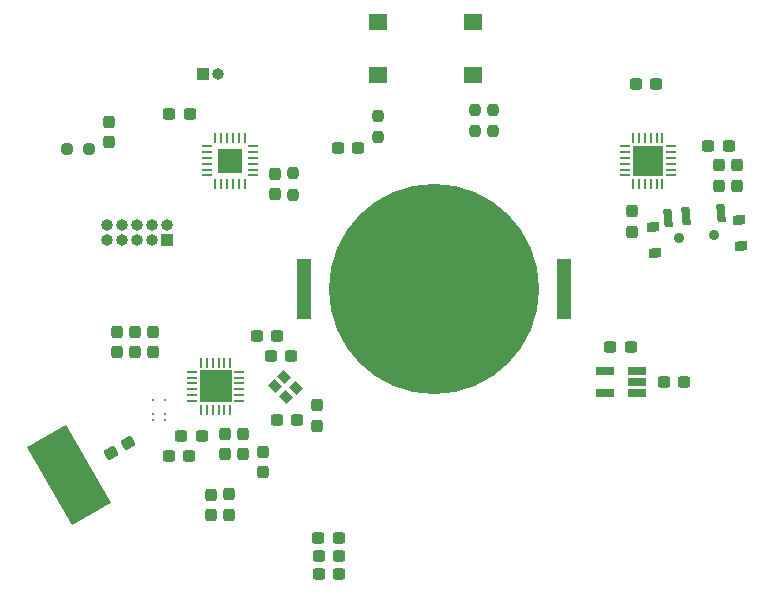
<source format=gbr>
%TF.GenerationSoftware,KiCad,Pcbnew,7.0.7*%
%TF.CreationDate,2023-12-19T22:40:54+02:00*%
%TF.ProjectId,snowflake,736e6f77-666c-4616-9b65-2e6b69636164,rev?*%
%TF.SameCoordinates,Original*%
%TF.FileFunction,Soldermask,Bot*%
%TF.FilePolarity,Negative*%
%FSLAX46Y46*%
G04 Gerber Fmt 4.6, Leading zero omitted, Abs format (unit mm)*
G04 Created by KiCad (PCBNEW 7.0.7) date 2023-12-19 22:40:54*
%MOMM*%
%LPD*%
G01*
G04 APERTURE LIST*
G04 Aperture macros list*
%AMRoundRect*
0 Rectangle with rounded corners*
0 $1 Rounding radius*
0 $2 $3 $4 $5 $6 $7 $8 $9 X,Y pos of 4 corners*
0 Add a 4 corners polygon primitive as box body*
4,1,4,$2,$3,$4,$5,$6,$7,$8,$9,$2,$3,0*
0 Add four circle primitives for the rounded corners*
1,1,$1+$1,$2,$3*
1,1,$1+$1,$4,$5*
1,1,$1+$1,$6,$7*
1,1,$1+$1,$8,$9*
0 Add four rect primitives between the rounded corners*
20,1,$1+$1,$2,$3,$4,$5,0*
20,1,$1+$1,$4,$5,$6,$7,0*
20,1,$1+$1,$6,$7,$8,$9,0*
20,1,$1+$1,$8,$9,$2,$3,0*%
%AMRotRect*
0 Rectangle, with rotation*
0 The origin of the aperture is its center*
0 $1 length*
0 $2 width*
0 $3 Rotation angle, in degrees counterclockwise*
0 Add horizontal line*
21,1,$1,$2,0,0,$3*%
G04 Aperture macros list end*
%ADD10RoundRect,0.062500X0.375000X0.062500X-0.375000X0.062500X-0.375000X-0.062500X0.375000X-0.062500X0*%
%ADD11RoundRect,0.062500X0.062500X0.375000X-0.062500X0.375000X-0.062500X-0.375000X0.062500X-0.375000X0*%
%ADD12R,2.100000X2.100000*%
%ADD13RotRect,3.810000X7.620000X30.000000*%
%ADD14RoundRect,0.237500X0.237500X-0.300000X0.237500X0.300000X-0.237500X0.300000X-0.237500X-0.300000X0*%
%ADD15RoundRect,0.237500X-0.237500X0.300000X-0.237500X-0.300000X0.237500X-0.300000X0.237500X0.300000X0*%
%ADD16RoundRect,0.237500X-0.237500X0.250000X-0.237500X-0.250000X0.237500X-0.250000X0.237500X0.250000X0*%
%ADD17RoundRect,0.237500X0.300000X0.237500X-0.300000X0.237500X-0.300000X-0.237500X0.300000X-0.237500X0*%
%ADD18RoundRect,0.062500X0.350000X0.062500X-0.350000X0.062500X-0.350000X-0.062500X0.350000X-0.062500X0*%
%ADD19RoundRect,0.062500X0.062500X0.350000X-0.062500X0.350000X-0.062500X-0.350000X0.062500X-0.350000X0*%
%ADD20R,2.700000X2.700000*%
%ADD21R,1.270000X5.080000*%
%ADD22C,17.800000*%
%ADD23RoundRect,0.237500X-0.300000X-0.237500X0.300000X-0.237500X0.300000X0.237500X-0.300000X0.237500X0*%
%ADD24RoundRect,0.062500X0.062500X-0.375000X0.062500X0.375000X-0.062500X0.375000X-0.062500X-0.375000X0*%
%ADD25RoundRect,0.062500X0.375000X-0.062500X0.375000X0.062500X-0.375000X0.062500X-0.375000X-0.062500X0*%
%ADD26R,2.600000X2.600000*%
%ADD27R,1.600000X1.400000*%
%ADD28RoundRect,0.237500X0.237500X-0.250000X0.237500X0.250000X-0.237500X0.250000X-0.237500X-0.250000X0*%
%ADD29R,1.000000X1.000000*%
%ADD30O,1.000000X1.000000*%
%ADD31RotRect,0.900000X0.800000X315.000000*%
%ADD32RoundRect,0.237500X0.237500X-0.287500X0.237500X0.287500X-0.237500X0.287500X-0.237500X-0.287500X0*%
%ADD33C,0.255000*%
%ADD34RoundRect,0.237500X0.141058X0.355681X-0.378558X0.055681X-0.141058X-0.355681X0.378558X-0.055681X0*%
%ADD35RoundRect,0.237500X-0.250000X-0.237500X0.250000X-0.237500X0.250000X0.237500X-0.250000X0.237500X0*%
%ADD36R,1.560000X0.650000*%
%ADD37RotRect,1.000000X0.800000X185.000000*%
%ADD38C,0.900000*%
%ADD39RotRect,0.700000X1.500000X185.000000*%
G04 APERTURE END LIST*
D10*
%TO.C,U2*%
X122288100Y-81569000D03*
X122288100Y-82069000D03*
X122288100Y-82569000D03*
X122288100Y-83069000D03*
X122288100Y-83569000D03*
X122288100Y-84069000D03*
D11*
X121600600Y-84756500D03*
X121100600Y-84756500D03*
X120600600Y-84756500D03*
X120100600Y-84756500D03*
X119600600Y-84756500D03*
X119100600Y-84756500D03*
D10*
X118413100Y-84069000D03*
X118413100Y-83569000D03*
X118413100Y-83069000D03*
X118413100Y-82569000D03*
X118413100Y-82069000D03*
X118413100Y-81569000D03*
D11*
X119100600Y-80881500D03*
X119600600Y-80881500D03*
X120100600Y-80881500D03*
X120600600Y-80881500D03*
X121100600Y-80881500D03*
X121600600Y-80881500D03*
D12*
X120350600Y-82819000D03*
%TD*%
D13*
%TO.C,AE1*%
X106702038Y-109448600D03*
%TD*%
D14*
%TO.C,C5*%
X163322000Y-84936500D03*
X163322000Y-83211500D03*
%TD*%
D15*
%TO.C,C11*%
X119913400Y-105918000D03*
X119913400Y-107643000D03*
%TD*%
D16*
%TO.C,R2*%
X142671800Y-78487900D03*
X142671800Y-80312900D03*
%TD*%
D14*
%TO.C,C21*%
X113842800Y-99034600D03*
X113842800Y-97309600D03*
%TD*%
D17*
%TO.C,C1*%
X158825100Y-101549200D03*
X157100100Y-101549200D03*
%TD*%
D18*
%TO.C,U1*%
X121113900Y-100680200D03*
X121113900Y-101180200D03*
X121113900Y-101680200D03*
X121113900Y-102180200D03*
X121113900Y-102680200D03*
X121113900Y-103180200D03*
D19*
X120401400Y-103892700D03*
X119901400Y-103892700D03*
X119401400Y-103892700D03*
X118901400Y-103892700D03*
X118401400Y-103892700D03*
X117901400Y-103892700D03*
D18*
X117188900Y-103180200D03*
X117188900Y-102680200D03*
X117188900Y-102180200D03*
X117188900Y-101680200D03*
X117188900Y-101180200D03*
X117188900Y-100680200D03*
D19*
X117901400Y-99967700D03*
X118401400Y-99967700D03*
X118901400Y-99967700D03*
X119401400Y-99967700D03*
X119901400Y-99967700D03*
X120401400Y-99967700D03*
D20*
X119151400Y-101930200D03*
%TD*%
D21*
%TO.C,BT1*%
X148639800Y-93675200D03*
X126669800Y-93675200D03*
D22*
X137654800Y-93675200D03*
%TD*%
D23*
%TO.C,C13*%
X122632300Y-97688400D03*
X124357300Y-97688400D03*
%TD*%
D15*
%TO.C,C6*%
X161798000Y-83212600D03*
X161798000Y-84937600D03*
%TD*%
D23*
%TO.C,C7*%
X160859300Y-81610200D03*
X162584300Y-81610200D03*
%TD*%
D24*
%TO.C,U5*%
X156987800Y-84756500D03*
X156487800Y-84756500D03*
X155987800Y-84756500D03*
X155487800Y-84756500D03*
X154987800Y-84756500D03*
X154487800Y-84756500D03*
D25*
X153800300Y-84069000D03*
X153800300Y-83569000D03*
X153800300Y-83069000D03*
X153800300Y-82569000D03*
X153800300Y-82069000D03*
X153800300Y-81569000D03*
D24*
X154487800Y-80881500D03*
X154987800Y-80881500D03*
X155487800Y-80881500D03*
X155987800Y-80881500D03*
X156487800Y-80881500D03*
X156987800Y-80881500D03*
D25*
X157675300Y-81569000D03*
X157675300Y-82069000D03*
X157675300Y-82569000D03*
X157675300Y-83069000D03*
X157675300Y-83569000D03*
X157675300Y-84069000D03*
D26*
X155737800Y-82819000D03*
%TD*%
D23*
%TO.C,C26*%
X127864700Y-116306600D03*
X129589700Y-116306600D03*
%TD*%
%TO.C,C20*%
X129515700Y-81737200D03*
X131240700Y-81737200D03*
%TD*%
D15*
%TO.C,C3*%
X154381200Y-87098800D03*
X154381200Y-88823800D03*
%TD*%
D27*
%TO.C,SW2*%
X140906000Y-71054400D03*
X132906000Y-71054400D03*
X140906000Y-75554400D03*
X132906000Y-75554400D03*
%TD*%
D28*
%TO.C,R5*%
X132892800Y-80844400D03*
X132892800Y-79019400D03*
%TD*%
D15*
%TO.C,C18*%
X124206000Y-83948100D03*
X124206000Y-85673100D03*
%TD*%
D29*
%TO.C,J2*%
X118110000Y-75488800D03*
D30*
X119380000Y-75488800D03*
%TD*%
D14*
%TO.C,C17*%
X110109000Y-81253500D03*
X110109000Y-79528500D03*
%TD*%
D29*
%TO.C,J1*%
X115036600Y-89509600D03*
D30*
X115036600Y-88239600D03*
X113766600Y-89509600D03*
X113766600Y-88239600D03*
X112496600Y-89509600D03*
X112496600Y-88239600D03*
X111226600Y-89509600D03*
X111226600Y-88239600D03*
X109956600Y-89509600D03*
X109956600Y-88239600D03*
%TD*%
D31*
%TO.C,Y1*%
X124938134Y-101097117D03*
X125928083Y-102087066D03*
X125150266Y-102864883D03*
X124160317Y-101874934D03*
%TD*%
D17*
%TO.C,C14*%
X117957600Y-106121200D03*
X116232600Y-106121200D03*
%TD*%
%TO.C,C12*%
X116915100Y-107797600D03*
X115190100Y-107797600D03*
%TD*%
D23*
%TO.C,C16*%
X124358400Y-104775000D03*
X126083400Y-104775000D03*
%TD*%
D15*
%TO.C,C10*%
X121437400Y-105919100D03*
X121437400Y-107644100D03*
%TD*%
D16*
%TO.C,R3*%
X141122400Y-78487900D03*
X141122400Y-80312900D03*
%TD*%
D15*
%TO.C,C8*%
X118719600Y-111101800D03*
X118719600Y-112826800D03*
%TD*%
D14*
%TO.C,C22*%
X112293400Y-99034600D03*
X112293400Y-97309600D03*
%TD*%
D23*
%TO.C,C2*%
X152578900Y-98602800D03*
X154303900Y-98602800D03*
%TD*%
%TO.C,C15*%
X123851500Y-99339400D03*
X125576500Y-99339400D03*
%TD*%
%TO.C,C25*%
X127865800Y-117830600D03*
X129590800Y-117830600D03*
%TD*%
D32*
%TO.C,L1*%
X127711200Y-105294400D03*
X127711200Y-103544400D03*
%TD*%
D23*
%TO.C,C4*%
X154737900Y-76327000D03*
X156462900Y-76327000D03*
%TD*%
D17*
%TO.C,C19*%
X116965900Y-78867000D03*
X115240900Y-78867000D03*
%TD*%
D15*
%TO.C,C9*%
X123139200Y-107468500D03*
X123139200Y-109193500D03*
%TD*%
D33*
%TO.C,U3*%
X113824200Y-103057000D03*
X113824200Y-104267000D03*
X113824200Y-104767000D03*
X114884200Y-103057000D03*
X114884200Y-104267000D03*
X114884200Y-104767000D03*
%TD*%
D16*
%TO.C,R4*%
X125679200Y-83898100D03*
X125679200Y-85723100D03*
%TD*%
D23*
%TO.C,C24*%
X127841500Y-114757200D03*
X129566500Y-114757200D03*
%TD*%
D32*
%TO.C,L2*%
X120294400Y-112812800D03*
X120294400Y-111062800D03*
%TD*%
D34*
%TO.C,C27*%
X111770347Y-106731350D03*
X110276453Y-107593850D03*
%TD*%
D35*
%TO.C,R1*%
X106580300Y-81838800D03*
X108405300Y-81838800D03*
%TD*%
D36*
%TO.C,U4*%
X154842200Y-100599200D03*
X154842200Y-101549200D03*
X154842200Y-102499200D03*
X152142200Y-102499200D03*
X152142200Y-100599200D03*
%TD*%
D14*
%TO.C,C23*%
X110769400Y-99034600D03*
X110769400Y-97309600D03*
%TD*%
D37*
%TO.C,SW1*%
X163620674Y-90004162D03*
X163428060Y-87802572D03*
D38*
X161382984Y-89095733D03*
X158394400Y-89357200D03*
D37*
X156348453Y-90640399D03*
X156155839Y-88438809D03*
D39*
X161976736Y-87277063D03*
X158988152Y-87538530D03*
X157493860Y-87669264D03*
%TD*%
M02*

</source>
